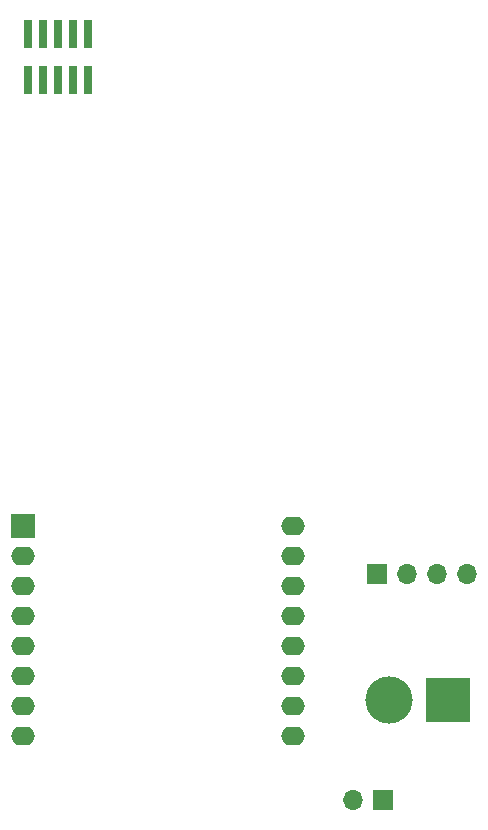
<source format=gbr>
%TF.GenerationSoftware,KiCad,Pcbnew,6.0.6-1.fc36*%
%TF.CreationDate,2022-07-27T02:29:56+02:00*%
%TF.ProjectId,breakout board,62726561-6b6f-4757-9420-626f6172642e,rev?*%
%TF.SameCoordinates,Original*%
%TF.FileFunction,Soldermask,Top*%
%TF.FilePolarity,Negative*%
%FSLAX46Y46*%
G04 Gerber Fmt 4.6, Leading zero omitted, Abs format (unit mm)*
G04 Created by KiCad (PCBNEW 6.0.6-1.fc36) date 2022-07-27 02:29:56*
%MOMM*%
%LPD*%
G01*
G04 APERTURE LIST*
%ADD10O,1.700000X1.700000*%
%ADD11R,1.700000X1.700000*%
%ADD12R,2.000000X2.000000*%
%ADD13O,2.000000X1.600000*%
%ADD14R,3.800000X3.800000*%
%ADD15C,4.000000*%
%ADD16R,0.740000X2.400000*%
G04 APERTURE END LIST*
D10*
%TO.C,J2*%
X137090000Y-91310000D03*
X134550000Y-91310000D03*
X132010000Y-91310000D03*
D11*
X129470000Y-91310000D03*
%TD*%
D12*
%TO.C,U1*%
X99555000Y-87270000D03*
D13*
X99555000Y-89810000D03*
X99555000Y-92350000D03*
X99555000Y-94890000D03*
X99555000Y-97430000D03*
X99555000Y-99970000D03*
X99555000Y-102510000D03*
X99555000Y-105050000D03*
X122415000Y-105050000D03*
X122415000Y-102510000D03*
X122415000Y-99970000D03*
X122415000Y-97430000D03*
X122415000Y-94890000D03*
X122415000Y-92350000D03*
X122415000Y-89810000D03*
X122415000Y-87270000D03*
%TD*%
D11*
%TO.C,J4*%
X130000000Y-110500000D03*
D10*
X127460000Y-110500000D03*
%TD*%
D14*
%TO.C,J3*%
X135500000Y-102000000D03*
D15*
X130500000Y-102000000D03*
%TD*%
D16*
%TO.C,J1*%
X105000000Y-49500000D03*
X105000000Y-45600000D03*
X103730000Y-49500000D03*
X103730000Y-45600000D03*
X102460000Y-49500000D03*
X102460000Y-45600000D03*
X101190000Y-49500000D03*
X101190000Y-45600000D03*
X99920000Y-49500000D03*
X99920000Y-45600000D03*
%TD*%
M02*

</source>
